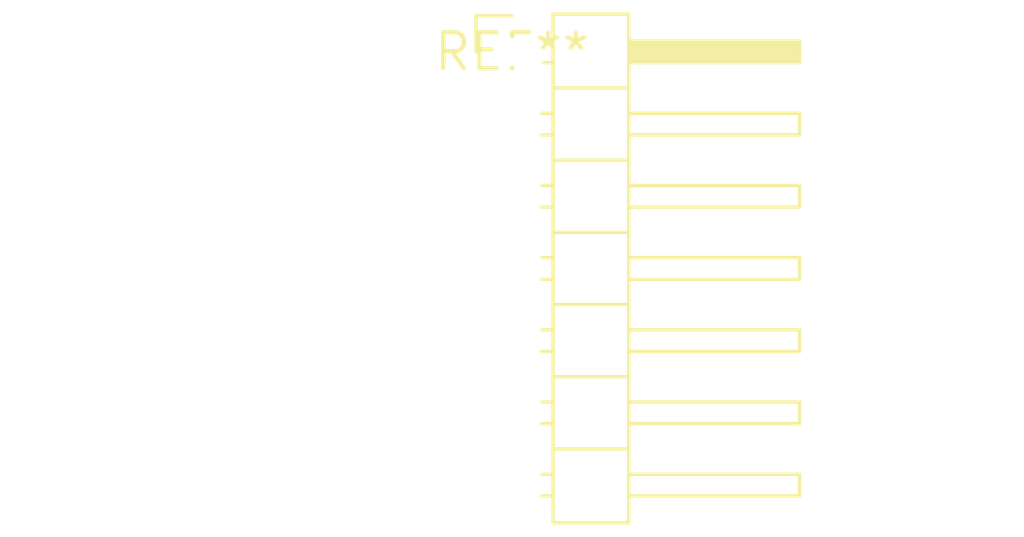
<source format=kicad_pcb>
(kicad_pcb (version 20240108) (generator pcbnew)
  (layers (0 "F.Cu" signal) (31 "B.Cu" signal) (34 "B.Paste" user) (35 "F.Paste" user) (36 "B.SilkS" user "B.Silkscreen") (37 "F.SilkS" user "F.Silkscreen") (38 "B.Mask" user) (39 "F.Mask" user) (44 "Edge.Cuts" user))
  (net 0 "")
  (footprint "PinHeader_1x07_P2.54mm_Horizontal" (layer "F.Cu") (at 0 0)
    (property "Reference" "REF**")
    (property "Value" "PinHeader_1x07_P2.54mm_Horizontal")
    (fp_line (start -1.27 -1.27) (end 0 -1.27) (layer "F.SilkS") (stroke (width 0.12)))
    (fp_line (start -1.27 0) (end -1.27 -1.27) (layer "F.SilkS") (stroke (width 0.12)))
    (fp_line (start 1.042929 2.16) (end 1.44 2.16) (layer "F.SilkS") (stroke (width 0.12)))
    (fp_line (start 1.042929 2.92) (end 1.44 2.92) (layer "F.SilkS") (stroke (width 0.12)))
    (fp_line (start 1.042929 4.7) (end 1.44 4.7) (layer "F.SilkS") (stroke (width 0.12)))
    (fp_line (start 1.042929 5.46) (end 1.44 5.46) (layer "F.SilkS") (stroke (width 0.12)))
    (fp_line (start 1.042929 7.24) (end 1.44 7.24) (layer "F.SilkS") (stroke (width 0.12)))
    (fp_line (start 1.042929 8) (end 1.44 8) (layer "F.SilkS") (stroke (width 0.12)))
    (fp_line (start 1.042929 9.78) (end 1.44 9.78) (layer "F.SilkS") (stroke (width 0.12)))
    (fp_line (start 1.042929 10.54) (end 1.44 10.54) (layer "F.SilkS") (stroke (width 0.12)))
    (fp_line (start 1.042929 12.32) (end 1.44 12.32) (layer "F.SilkS") (stroke (width 0.12)))
    (fp_line (start 1.042929 13.08) (end 1.44 13.08) (layer "F.SilkS") (stroke (width 0.12)))
    (fp_line (start 1.042929 14.86) (end 1.44 14.86) (layer "F.SilkS") (stroke (width 0.12)))
    (fp_line (start 1.042929 15.62) (end 1.44 15.62) (layer "F.SilkS") (stroke (width 0.12)))
    (fp_line (start 1.11 -0.38) (end 1.44 -0.38) (layer "F.SilkS") (stroke (width 0.12)))
    (fp_line (start 1.11 0.38) (end 1.44 0.38) (layer "F.SilkS") (stroke (width 0.12)))
    (fp_line (start 1.44 -1.33) (end 1.44 16.57) (layer "F.SilkS") (stroke (width 0.12)))
    (fp_line (start 1.44 1.27) (end 4.1 1.27) (layer "F.SilkS") (stroke (width 0.12)))
    (fp_line (start 1.44 3.81) (end 4.1 3.81) (layer "F.SilkS") (stroke (width 0.12)))
    (fp_line (start 1.44 6.35) (end 4.1 6.35) (layer "F.SilkS") (stroke (width 0.12)))
    (fp_line (start 1.44 8.89) (end 4.1 8.89) (layer "F.SilkS") (stroke (width 0.12)))
    (fp_line (start 1.44 11.43) (end 4.1 11.43) (layer "F.SilkS") (stroke (width 0.12)))
    (fp_line (start 1.44 13.97) (end 4.1 13.97) (layer "F.SilkS") (stroke (width 0.12)))
    (fp_line (start 1.44 16.57) (end 4.1 16.57) (layer "F.SilkS") (stroke (width 0.12)))
    (fp_line (start 4.1 -1.33) (end 1.44 -1.33) (layer "F.SilkS") (stroke (width 0.12)))
    (fp_line (start 4.1 -0.38) (end 10.1 -0.38) (layer "F.SilkS") (stroke (width 0.12)))
    (fp_line (start 4.1 -0.32) (end 10.1 -0.32) (layer "F.SilkS") (stroke (width 0.12)))
    (fp_line (start 4.1 -0.2) (end 10.1 -0.2) (layer "F.SilkS") (stroke (width 0.12)))
    (fp_line (start 4.1 -0.08) (end 10.1 -0.08) (layer "F.SilkS") (stroke (width 0.12)))
    (fp_line (start 4.1 0.04) (end 10.1 0.04) (layer "F.SilkS") (stroke (width 0.12)))
    (fp_line (start 4.1 0.16) (end 10.1 0.16) (layer "F.SilkS") (stroke (width 0.12)))
    (fp_line (start 4.1 0.28) (end 10.1 0.28) (layer "F.SilkS") (stroke (width 0.12)))
    (fp_line (start 4.1 2.16) (end 10.1 2.16) (layer "F.SilkS") (stroke (width 0.12)))
    (fp_line (start 4.1 4.7) (end 10.1 4.7) (layer "F.SilkS") (stroke (width 0.12)))
    (fp_line (start 4.1 7.24) (end 10.1 7.24) (layer "F.SilkS") (stroke (width 0.12)))
    (fp_line (start 4.1 9.78) (end 10.1 9.78) (layer "F.SilkS") (stroke (width 0.12)))
    (fp_line (start 4.1 12.32) (end 10.1 12.32) (layer "F.SilkS") (stroke (width 0.12)))
    (fp_line (start 4.1 14.86) (end 10.1 14.86) (layer "F.SilkS") (stroke (width 0.12)))
    (fp_line (start 4.1 16.57) (end 4.1 -1.33) (layer "F.SilkS") (stroke (width 0.12)))
    (fp_line (start 10.1 -0.38) (end 10.1 0.38) (layer "F.SilkS") (stroke (width 0.12)))
    (fp_line (start 10.1 0.38) (end 4.1 0.38) (layer "F.SilkS") (stroke (width 0.12)))
    (fp_line (start 10.1 2.16) (end 10.1 2.92) (layer "F.SilkS") (stroke (width 0.12)))
    (fp_line (start 10.1 2.92) (end 4.1 2.92) (layer "F.SilkS") (stroke (width 0.12)))
    (fp_line (start 10.1 4.7) (end 10.1 5.46) (layer "F.SilkS") (stroke (width 0.12)))
    (fp_line (start 10.1 5.46) (end 4.1 5.46) (layer "F.SilkS") (stroke (width 0.12)))
    (fp_line (start 10.1 7.24) (end 10.1 8) (layer "F.SilkS") (stroke (width 0.12)))
    (fp_line (start 10.1 8) (end 4.1 8) (layer "F.SilkS") (stroke (width 0.12)))
    (fp_line (start 10.1 9.78) (end 10.1 10.54) (layer "F.SilkS") (stroke (width 0.12)))
    (fp_line (start 10.1 10.54) (end 4.1 10.54) (layer "F.SilkS") (stroke (width 0.12)))
    (fp_line (start 10.1 12.32) (end 10.1 13.08) (layer "F.SilkS") (stroke (width 0.12)))
    (fp_line (start 10.1 13.08) (end 4.1 13.08) (layer "F.SilkS") (stroke (width 0.12)))
    (fp_line (start 10.1 14.86) (end 10.1 15.62) (layer "F.SilkS") (stroke (width 0.12)))
    (fp_line (start 10.1 15.62) (end 4.1 15.62) (layer "F.SilkS") (stroke (width 0.12)))
    (pad "1" thru_hole rect (at 0 0) (size 1.7 1.7) (drill 1) (layers *.Cu *.Mask) (remove_unused_layers))
    (pad "2" thru_hole oval (at 0 2.54) (size 1.7 1.7) (drill 1) (layers *.Cu *.Mask) (remove_unused_layers))
    (pad "3" thru_hole oval (at 0 5.08) (size 1.7 1.7) (drill 1) (layers *.Cu *.Mask) (remove_unused_layers))
    (pad "4" thru_hole oval (at 0 7.62) (size 1.7 1.7) (drill 1) (layers *.Cu *.Mask) (remove_unused_layers))
    (pad "5" thru_hole oval (at 0 10.16) (size 1.7 1.7) (drill 1) (layers *.Cu *.Mask) (remove_unused_layers))
    (pad "6" thru_hole oval (at 0 12.7) (size 1.7 1.7) (drill 1) (layers *.Cu *.Mask) (remove_unused_layers))
    (pad "7" thru_hole oval (at 0 15.24) (size 1.7 1.7) (drill 1) (layers *.Cu *.Mask) (remove_unused_layers))
  )
)
</source>
